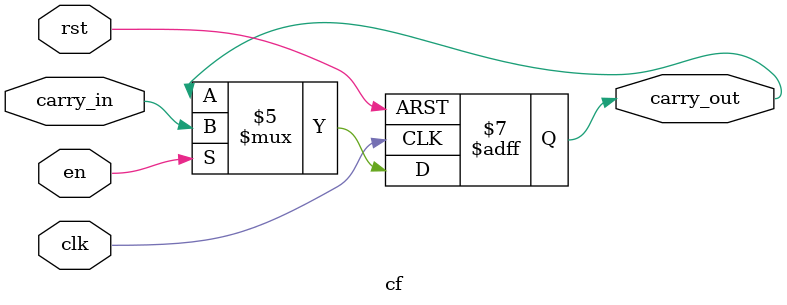
<source format=v>
`timescale 1ns / 1ps

module cf(
    input carry_in,
    input clk,
    input rst,
    input en,
    output reg carry_out
    );

    always @(posedge clk, posedge rst) begin
        if (rst == 1'b1) begin
            carry_out = 1'b0;
        end else if (en == 1'b1) begin
            carry_out = carry_in;
        end
    end

endmodule

</source>
